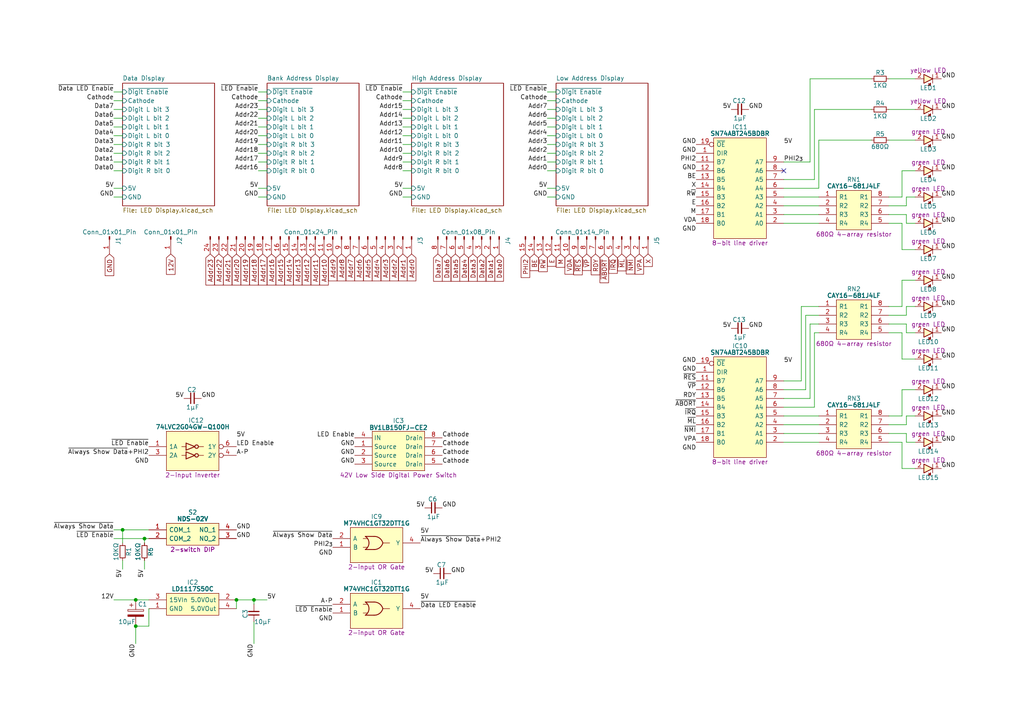
<source format=kicad_sch>
(kicad_sch (version 20250114) (generator "eeschema") (generator_version "9.0")
  (paper "A4")
  (title_block (title "W65C816 Signal Debug") (date "2025-10-01") (rev "V2"))
  (lib_symbols
    (symbol "Apem:NDS-02V" (pin_names (offset 0.762))
      (property "Reference" "S" (at 12.7 5.08 0))
      (property "Value" "NDS-02V" (at 12.7 3.175 0))
      (property "Description" "2-switch DIP" (at 12.7 -5.715 0))
      (symbol "NDS-02V_0_0"
        (pin passive line (at 0 0 0) (length 5.08) (name "COM_1") (number "1"))
        (pin passive line (at 0 -2.54 0) (length 5.08) (name "COM_2") (number "2"))
        (pin passive line (at 25.4 0 180) (length 5.08) (name "NO_1") (number "4"))
        (pin passive line (at 25.4 -2.54 180) (length 5.08) (name "NO_2") (number "3"))
      )
    )
    (symbol "Bourns:CAY16-681J4LF" (pin_names (offset 0.762))
      (property "Reference" "RN" (at 10.16 5.08 0))
      (property "Value" "CAY16-681J4LF" (at 10.16 3.175 0))
      (property "Description" "680Ω 4-array resistor" (at 10.16 -10.795 0))
      (symbol "CAY16-681J4LF_0_0"
        (pin passive line (at 0 0 0) (length 5.08) (name "R1") (number "1"))
        (pin passive line (at 0 -2.54 0) (length 5.08) (name "R2") (number "2"))
        (pin passive line (at 0 -5.08 0) (length 5.08) (name "R3") (number "3"))
        (pin passive line (at 0 -7.62 0) (length 5.08) (name "R4") (number "4"))
        (pin passive line (at 20.32 0 180) (length 5.08) (name "R1") (number "8"))
        (pin passive line (at 20.32 -2.54 180) (length 5.08) (name "R2") (number "7"))
        (pin passive line (at 20.32 -5.08 180) (length 5.08) (name "R3") (number "6"))
        (pin passive line (at 20.32 -7.62 180) (length 5.08) (name "R4") (number "5"))
      )
    )
    (symbol "Connector:Conn_01x01_Pin" (pin_names (offset 1.016) (hide yes))
      (property "Reference" "J" (at 0 2.54 0))
      (property "Value" "Conn_01x01_Pin" (at 0 -2.54 0))
      (symbol "Conn_01x01_Pin_1_1"
        (pin passive line (at 5.08 0 180) (length 3.81) (name "Pin_1") (number "1"))
      )
    )
    (symbol "Connector:Conn_01x08_Pin" (pin_names (offset 1.016) (hide yes))
      (property "Reference" "J" (at 0 10.16 0))
      (property "Value" "Conn_01x08_Pin" (at 0 -12.7 0))
      (symbol "Conn_01x08_Pin_1_1"
        (pin passive line (at 5.08 7.62 180) (length 3.81) (name "Pin_1") (number "1"))
        (pin passive line (at 5.08 5.08 180) (length 3.81) (name "Pin_2") (number "2"))
        (pin passive line (at 5.08 2.54 180) (length 3.81) (name "Pin_3") (number "3"))
        (pin passive line (at 5.08 0 180) (length 3.81) (name "Pin_4") (number "4"))
        (pin passive line (at 5.08 -2.54 180) (length 3.81) (name "Pin_5") (number "5"))
        (pin passive line (at 5.08 -5.08 180) (length 3.81) (name "Pin_6") (number "6"))
        (pin passive line (at 5.08 -7.62 180) (length 3.81) (name "Pin_7") (number "7"))
        (pin passive line (at 5.08 -10.16 180) (length 3.81) (name "Pin_8") (number "8"))
      )
    )
    (symbol "Connector:Conn_01x15_Pin" (pin_names (offset 1.016) (hide yes))
      (property "Reference" "J" (at 0 20.32 0))
      (property "Value" "Conn_01x15_Pin" (at 0 -20.32 0))
      (symbol "Conn_01x15_Pin_1_1"
        (pin passive line (at 5.08 17.78 180) (length 3.81) (name "Pin_1") (number "1"))
        (pin passive line (at 5.08 15.24 180) (length 3.81) (name "Pin_2") (number "2"))
        (pin passive line (at 5.08 12.7 180) (length 3.81) (name "Pin_3") (number "3"))
        (pin passive line (at 5.08 10.16 180) (length 3.81) (name "Pin_4") (number "4"))
        (pin passive line (at 5.08 7.62 180) (length 3.81) (name "Pin_5") (number "5"))
        (pin passive line (at 5.08 5.08 180) (length 3.81) (name "Pin_6") (number "6"))
        (pin passive line (at 5.08 2.54 180) (length 3.81) (name "Pin_7") (number "7"))
        (pin passive line (at 5.08 0 180) (length 3.81) (name "Pin_8") (number "8"))
        (pin passive line (at 5.08 -2.54 180) (length 3.81) (name "Pin_9") (number "9"))
        (pin passive line (at 5.08 -5.08 180) (length 3.81) (name "Pin_10") (number "10"))
        (pin passive line (at 5.08 -7.62 180) (length 3.81) (name "Pin_11") (number "11"))
        (pin passive line (at 5.08 -10.16 180) (length 3.81) (name "Pin_12") (number "12"))
        (pin passive line (at 5.08 -12.7 180) (length 3.81) (name "Pin_13") (number "13"))
        (pin passive line (at 5.08 -15.24 180) (length 3.81) (name "Pin_14") (number "14"))
        (pin passive line (at 5.08 -17.78 180) (length 3.81) (name "Pin_15") (number "15"))
      )
    )
    (symbol "Connector:Conn_01x24_Pin" (pin_names (offset 1.016) (hide yes))
      (property "Reference" "J" (at 0 30.48 0))
      (property "Value" "Conn_01x24_Pin" (at 0 -33.02 0))
      (symbol "Conn_01x24_Pin_1_1"
        (pin passive line (at 5.08 27.94 180) (length 3.81) (name "Pin_1") (number "1"))
        (pin passive line (at 5.08 25.4 180) (length 3.81) (name "Pin_2") (number "2"))
        (pin passive line (at 5.08 22.86 180) (length 3.81) (name "Pin_3") (number "3"))
        (pin passive line (at 5.08 20.32 180) (length 3.81) (name "Pin_4") (number "4"))
        (pin passive line (at 5.08 17.78 180) (length 3.81) (name "Pin_5") (number "5"))
        (pin passive line (at 5.08 15.24 180) (length 3.81) (name "Pin_6") (number "6"))
        (pin passive line (at 5.08 12.7 180) (length 3.81) (name "Pin_7") (number "7"))
        (pin passive line (at 5.08 10.16 180) (length 3.81) (name "Pin_8") (number "8"))
        (pin passive line (at 5.08 7.62 180) (length 3.81) (name "Pin_9") (number "9"))
        (pin passive line (at 5.08 5.08 180) (length 3.81) (name "Pin_10") (number "10"))
        (pin passive line (at 5.08 2.54 180) (length 3.81) (name "Pin_11") (number "11"))
        (pin passive line (at 5.08 0 180) (length 3.81) (name "Pin_12") (number "12"))
        (pin passive line (at 5.08 -2.54 180) (length 3.81) (name "Pin_13") (number "13"))
        (pin passive line (at 5.08 -5.08 180) (length 3.81) (name "Pin_14") (number "14"))
        (pin passive line (at 5.08 -7.62 180) (length 3.81) (name "Pin_15") (number "15"))
        (pin passive line (at 5.08 -10.16 180) (length 3.81) (name "Pin_16") (number "16"))
        (pin passive line (at 5.08 -12.7 180) (length 3.81) (name "Pin_17") (number "17"))
        (pin passive line (at 5.08 -15.24 180) (length 3.81) (name "Pin_18") (number "18"))
        (pin passive line (at 5.08 -17.78 180) (length 3.81) (name "Pin_19") (number "19"))
        (pin passive line (at 5.08 -20.32 180) (length 3.81) (name "Pin_20") (number "20"))
        (pin passive line (at 5.08 -22.86 180) (length 3.81) (name "Pin_21") (number "21"))
        (pin passive line (at 5.08 -25.4 180) (length 3.81) (name "Pin_22") (number "22"))
        (pin passive line (at 5.08 -27.94 180) (length 3.81) (name "Pin_23") (number "23"))
        (pin passive line (at 5.08 -30.48 180) (length 3.81) (name "Pin_24") (number "24"))
      )
    )
    (symbol "HCP65:C_0805" (pin_numbers (hide yes)) (pin_names (offset 0.254) (hide yes))
      (property "Reference" "C" (at 2.286 2.54 0))
      (property "Value" "?μF" (at 2.54 -2.54 0))
      (symbol "C_0805_1_1"
        (pin passive line (at 0 0 0) (length 2.032) (name "~") (number "1"))
        (pin passive line (at 5.08 0 180) (length 2.032) (name "~") (number "2"))
      )
    )
    (symbol "HCP65:C_Radial_D4.0mm_P2.00mm" (pin_numbers (hide yes)) (pin_names (offset 0.254))
      (property "Reference" "C" (at 0.635 2.54 0))
      (property "Value" "?μF" (at 0.635 -2.54 0))
      (symbol "C_Radial_D4.0mm_P2.00mm_1_1"
        (pin passive line (at 0 3.81 270) (length 2.794) (name "~") (number "1"))
        (pin passive line (at 0 -3.81 90) (length 2.794) (name "~") (number "2"))
      )
    )
    (symbol "HCP65:R_0805" (pin_numbers (hide yes)) (pin_names (hide yes))
      (property "Reference" "R" (at 2.54 1.778 0))
      (property "Value" "?Ω" (at 2.54 -1.905 0))
      (symbol "R_0805_1_1"
        (pin passive line (at 0 0 0) (length 0.72) (name "~") (number "1"))
        (pin passive line (at 5.08 0 180) (length 0.72) (name "~") (number "2"))
      )
    )
    (symbol "Nexperia:74LVC2G04GW-Q100H" (pin_names (offset 0.762))
      (property "Reference" "IC" (at 11.43 7.62 0))
      (property "Value" "74LVC2G04GW-Q100H" (at 12.7 5.715 0))
      (property "Description" "2-input inverter" (at 12.7 -8.255 0))
      (symbol "74LVC2G04GW-Q100H_0_0"
        (pin input line (at 0 0 0) (length 5.08) (name "1A") (number "1"))
        (pin input line (at 0 -2.54 0) (length 5.08) (name "2A") (number "3"))
        (pin passive line (at 0 -5.08 0) (length 5.08) (hide yes) (name "GND") (number "2"))
        (pin passive line (at 25.4 2.54 180) (length 5.08) (hide yes) (name "3V") (number "5"))
        (pin output inverted (at 25.4 0 180) (length 5.08) (name "1Y") (number "6"))
        (pin output inverted (at 25.4 -2.54 180) (length 5.08) (name "2Y") (number "4"))
      )
    )
    (symbol "ON_Semiconductor:M74VHC1GT32DTT1G" (pin_names (offset 0.762))
      (property "Reference" "IC" (at 12.7 6.35 0))
      (property "Value" "M74VHC1GT32DTT1G" (at 12.7 4.445 0))
      (property "Description" "2-input OR Gate" (at 12.7 -8.255 0))
      (symbol "M74VHC1GT32DTT1G_0_0"
        (pin input line (at 0 0 0) (length 5.08) (name "A") (number "2"))
        (pin input line (at 0 -2.54 0) (length 5.08) (name "B") (number "1"))
        (pin passive line (at 0 -5.08 0) (length 5.08) (hide yes) (name "GND") (number "3"))
        (pin passive line (at 25.4 1.27 180) (length 5.08) (hide yes) (name "5V") (number "5"))
        (pin output line (at 25.4 -1.27 180) (length 5.08) (name "Y") (number "4"))
      )
    )
    (symbol "ROHM_Semiconductor:BV1LB150FJ-CE2"
      (property "Reference" "IC" (at 12.7 5.715 0))
      (property "Value" "BV1LB150FJ-CE2" (at 12.7 3.81 0))
      (property "Description" "42V Low Side Digital Power Switch" (at 12.7 -10.795 0))
      (symbol "BV1LB150FJ-CE2_1_1"
        (pin input line (at 0 0 0) (length 5.08) (name "IN") (number "4"))
        (pin passive line (at 0 -2.54 0) (length 5.08) (name "Source") (number "1"))
        (pin passive line (at 0 -5.08 0) (length 5.08) (name "Source") (number "2"))
        (pin passive line (at 0 -7.62 0) (length 5.08) (name "Source") (number "3"))
        (pin passive line (at 25.4 0 180) (length 5.08) (name "Drain") (number "8"))
        (pin passive line (at 25.4 -2.54 180) (length 5.08) (name "Drain") (number "7"))
        (pin passive line (at 25.4 -5.08 180) (length 5.08) (name "Drain") (number "6"))
        (pin passive line (at 25.4 -7.62 180) (length 5.08) (name "Drain") (number "5"))
      )
    )
    (symbol "ST_Microelectronics:LD1117S50C" (pin_names (offset 0.762))
      (property "Reference" "IC" (at 7.62 5.08 0))
      (property "Value" "LD1117S50C" (at 7.62 3.175 0))
      (symbol "LD1117S50C_0_0"
        (pin passive line (at -5.08 -2.54 0) (length 5.08) (name "GND") (number "1"))
      )
      (symbol "LD1117S50C_1_0"
        (pin passive line (at -5.08 0 0) (length 5.08) (name "15VIn") (number "3"))
        (pin passive line (at 20.32 0 180) (length 5.08) (name "5.0VOut") (number "2"))
        (pin passive line (at 20.32 -2.54 180) (length 5.08) (name "5.0VOut") (number "4"))
      )
    )
    (symbol "Texas_Instruments:SN74ABT245BDBR" (pin_names (offset 0.762))
      (property "Reference" "IC" (at 12.7 5.08 0))
      (property "Value" "SN74ABT245BDBR" (at 12.7 3.175 0))
      (property "Description" "8-bit line driver" (at 12.7 -28.575 0))
      (symbol "SN74ABT245BDBR_0_0"
        (pin input inverted (at 0 0 0) (length 5.08) (name "~{OE}") (number "19"))
        (pin input line (at 0 -2.54 0) (length 5.08) (name "DIR") (number "1"))
        (pin tri_state line (at 0 -5.08 0) (length 5.08) (name "B7") (number "11"))
        (pin tri_state line (at 0 -7.62 0) (length 5.08) (name "B6") (number "12"))
        (pin tri_state line (at 0 -10.16 0) (length 5.08) (name "B5") (number "13"))
        (pin tri_state line (at 0 -12.7 0) (length 5.08) (name "B4") (number "14"))
        (pin tri_state line (at 0 -15.24 0) (length 5.08) (name "B3") (number "15"))
        (pin tri_state line (at 0 -17.78 0) (length 5.08) (name "B2") (number "16"))
        (pin tri_state line (at 0 -20.32 0) (length 5.08) (name "B1") (number "17"))
        (pin tri_state line (at 0 -22.86 0) (length 5.08) (name "B0") (number "18"))
        (pin passive line (at 0 -25.4 0) (length 5.08) (hide yes) (name "GND") (number "10"))
        (pin passive line (at 25.4 0 180) (length 5.08) (hide yes) (name "5V") (number "20"))
        (pin tri_state line (at 25.4 -5.08 180) (length 5.08) (name "A7") (number "9"))
        (pin tri_state line (at 25.4 -7.62 180) (length 5.08) (name "A6") (number "8"))
        (pin tri_state line (at 25.4 -10.16 180) (length 5.08) (name "A5") (number "7"))
        (pin tri_state line (at 25.4 -12.7 180) (length 5.08) (name "A4") (number "6"))
        (pin tri_state line (at 25.4 -15.24 180) (length 5.08) (name "A3") (number "5"))
        (pin tri_state line (at 25.4 -17.78 180) (length 5.08) (name "A2") (number "4"))
        (pin tri_state line (at 25.4 -20.32 180) (length 5.08) (name "A1") (number "3"))
        (pin tri_state line (at 25.4 -22.86 180) (length 5.08) (name "A0") (number "2"))
      )
    )
    (symbol "Wurth_Elektronik:150224VS73100A" (pin_names (offset 0.762))
      (property "Reference" "LED" (at 0 1.905 0))
      (property "Description" "green LED" (at 0 -3.175 0))
      (symbol "150224VS73100A_0_0"
        (pin passive line (at -3.81 0 0) (length 2.54) (name "") (number "1"))
        (pin passive line (at 3.81 0 180) (length 2.54) (name "~") (number "2"))
      )
    )
    (symbol "Wurth_Elektronik:150224YS73100A" (pin_names (offset 0.762))
      (property "Reference" "LED" (at 0 1.905 0))
      (property "Description" "yellow LED" (at 0 -3.175 0))
      (symbol "150224YS73100A_0_0"
        (pin passive line (at -3.81 0 0) (length 2.54) (name "~") (number "1"))
        (pin passive line (at 3.81 0 180) (length 2.54) (name "~") (number "2"))
      )
    )
  )
  (junction (at 68.58 173.99))
  (junction (at 35.56 153.67))
  (junction (at 73.66 173.99))
  (junction (at 39.37 173.99))
  (junction (at 41.91 156.21))
  (junction (at 39.37 181.61))
  (no_connect (at 227.33 49.53))
  (wire (pts (xy 233.68 113.03) (xy 227.33 113.03)))
  (wire (pts (xy 158.75 26.67) (xy 161.29 26.67)))
  (wire (pts (xy 236.22 96.52) (xy 237.49 96.52)))
  (wire (pts (xy 116.84 54.61) (xy 119.38 54.61)))
  (wire (pts (xy 261.62 113.03) (xy 261.62 120.65)))
  (wire (pts (xy 116.84 31.75) (xy 119.38 31.75)))
  (wire (pts (xy 261.62 57.15) (xy 257.81 57.15)))
  (wire (pts (xy 262.89 62.23) (xy 262.89 64.77)))
  (wire (pts (xy 158.75 41.91) (xy 161.29 41.91)))
  (wire (pts (xy 234.95 22.86) (xy 234.95 46.99)))
  (wire (pts (xy 257.81 31.75) (xy 265.43 31.75)))
  (wire (pts (xy 261.62 128.27) (xy 257.81 128.27)))
  (wire (pts (xy 158.75 36.83) (xy 161.29 36.83)))
  (wire (pts (xy 262.89 120.65) (xy 262.89 123.19)))
  (wire (pts (xy 261.62 120.65) (xy 257.81 120.65)))
  (wire (pts (xy 265.43 72.39) (xy 261.62 72.39)))
  (wire (pts (xy 261.62 64.77) (xy 257.81 64.77)))
  (wire (pts (xy 234.95 46.99) (xy 227.33 46.99)))
  (wire (pts (xy 33.02 34.29) (xy 35.56 34.29)))
  (wire (pts (xy 262.89 93.98) (xy 262.89 96.52)))
  (wire (pts (xy 237.49 93.98) (xy 234.95 93.98)))
  (wire (pts (xy 68.58 173.99) (xy 73.66 173.99)))
  (wire (pts (xy 261.62 135.89) (xy 261.62 128.27)))
  (wire (pts (xy 257.81 125.73) (xy 262.89 125.73)))
  (wire (pts (xy 232.41 88.9) (xy 232.41 110.49)))
  (wire (pts (xy 262.89 64.77) (xy 265.43 64.77)))
  (wire (pts (xy 33.02 173.99) (xy 39.37 173.99)))
  (wire (pts (xy 261.62 104.14) (xy 261.62 96.52)))
  (wire (pts (xy 227.33 62.23) (xy 237.49 62.23)))
  (wire (pts (xy 33.02 41.91) (xy 35.56 41.91)))
  (wire (pts (xy 252.73 40.64) (xy 237.49 40.64)))
  (wire (pts (xy 232.41 110.49) (xy 227.33 110.49)))
  (wire (pts (xy 265.43 135.89) (xy 261.62 135.89)))
  (wire (pts (xy 33.02 156.21) (xy 41.91 156.21)))
  (wire (pts (xy 227.33 59.69) (xy 237.49 59.69)))
  (wire (pts (xy 234.95 115.57) (xy 227.33 115.57)))
  (wire (pts (xy 35.56 153.67) (xy 35.56 157.48)))
  (wire (pts (xy 43.18 156.21) (xy 41.91 156.21)))
  (wire (pts (xy 257.81 93.98) (xy 262.89 93.98)))
  (wire (pts (xy 74.93 39.37) (xy 77.47 39.37)))
  (wire (pts (xy 227.33 128.27) (xy 237.49 128.27)))
  (wire (pts (xy 33.02 26.67) (xy 35.56 26.67)))
  (wire (pts (xy 227.33 52.07) (xy 236.22 52.07)))
  (wire (pts (xy 74.93 26.67) (xy 77.47 26.67)))
  (wire (pts (xy 262.89 128.27) (xy 265.43 128.27)))
  (wire (pts (xy 158.75 44.45) (xy 161.29 44.45)))
  (wire (pts (xy 74.93 41.91) (xy 77.47 41.91)))
  (wire (pts (xy 265.43 120.65) (xy 262.89 120.65)))
  (wire (pts (xy 116.84 26.67) (xy 119.38 26.67)))
  (wire (pts (xy 257.81 40.64) (xy 265.43 40.64)))
  (wire (pts (xy 43.18 181.61) (xy 39.37 181.61)))
  (wire (pts (xy 227.33 118.11) (xy 236.22 118.11)))
  (wire (pts (xy 261.62 72.39) (xy 261.62 64.77)))
  (wire (pts (xy 265.43 49.53) (xy 261.62 49.53)))
  (wire (pts (xy 73.66 180.34) (xy 73.66 186.69)))
  (wire (pts (xy 116.84 49.53) (xy 119.38 49.53)))
  (wire (pts (xy 33.02 46.99) (xy 35.56 46.99)))
  (wire (pts (xy 227.33 64.77) (xy 237.49 64.77)))
  (wire (pts (xy 116.84 36.83) (xy 119.38 36.83)))
  (wire (pts (xy 33.02 153.67) (xy 35.56 153.67)))
  (wire (pts (xy 35.56 153.67) (xy 43.18 153.67)))
  (wire (pts (xy 261.62 49.53) (xy 261.62 57.15)))
  (wire (pts (xy 116.84 41.91) (xy 119.38 41.91)))
  (wire (pts (xy 257.81 62.23) (xy 262.89 62.23)))
  (wire (pts (xy 39.37 173.99) (xy 43.18 173.99)))
  (wire (pts (xy 74.93 29.21) (xy 77.47 29.21)))
  (wire (pts (xy 33.02 57.15) (xy 35.56 57.15)))
  (wire (pts (xy 261.62 88.9) (xy 257.81 88.9)))
  (wire (pts (xy 33.02 29.21) (xy 35.56 29.21)))
  (wire (pts (xy 236.22 31.75) (xy 252.73 31.75)))
  (wire (pts (xy 158.75 31.75) (xy 161.29 31.75)))
  (wire (pts (xy 158.75 39.37) (xy 161.29 39.37)))
  (wire (pts (xy 158.75 29.21) (xy 161.29 29.21)))
  (wire (pts (xy 261.62 96.52) (xy 257.81 96.52)))
  (wire (pts (xy 35.56 165.1) (xy 35.56 162.56)))
  (wire (pts (xy 74.93 44.45) (xy 77.47 44.45)))
  (wire (pts (xy 237.49 88.9) (xy 232.41 88.9)))
  (wire (pts (xy 265.43 57.15) (xy 262.89 57.15)))
  (wire (pts (xy 74.93 34.29) (xy 77.47 34.29)))
  (wire (pts (xy 74.93 36.83) (xy 77.47 36.83)))
  (wire (pts (xy 234.95 93.98) (xy 234.95 115.57)))
  (wire (pts (xy 116.84 29.21) (xy 119.38 29.21)))
  (wire (pts (xy 227.33 125.73) (xy 237.49 125.73)))
  (wire (pts (xy 265.43 81.28) (xy 261.62 81.28)))
  (wire (pts (xy 237.49 54.61) (xy 227.33 54.61)))
  (wire (pts (xy 74.93 31.75) (xy 77.47 31.75)))
  (wire (pts (xy 116.84 44.45) (xy 119.38 44.45)))
  (wire (pts (xy 227.33 120.65) (xy 237.49 120.65)))
  (wire (pts (xy 257.81 22.86) (xy 265.43 22.86)))
  (wire (pts (xy 74.93 57.15) (xy 77.47 57.15)))
  (wire (pts (xy 116.84 39.37) (xy 119.38 39.37)))
  (wire (pts (xy 262.89 125.73) (xy 262.89 128.27)))
  (wire (pts (xy 33.02 44.45) (xy 35.56 44.45)))
  (wire (pts (xy 262.89 59.69) (xy 257.81 59.69)))
  (wire (pts (xy 74.93 54.61) (xy 77.47 54.61)))
  (wire (pts (xy 262.89 91.44) (xy 257.81 91.44)))
  (wire (pts (xy 252.73 22.86) (xy 234.95 22.86)))
  (wire (pts (xy 158.75 34.29) (xy 161.29 34.29)))
  (wire (pts (xy 74.93 46.99) (xy 77.47 46.99)))
  (wire (pts (xy 262.89 96.52) (xy 265.43 96.52)))
  (wire (pts (xy 237.49 40.64) (xy 237.49 54.61)))
  (wire (pts (xy 43.18 176.53) (xy 43.18 181.61)))
  (wire (pts (xy 236.22 118.11) (xy 236.22 96.52)))
  (wire (pts (xy 33.02 36.83) (xy 35.56 36.83)))
  (wire (pts (xy 227.33 123.19) (xy 237.49 123.19)))
  (wire (pts (xy 74.93 49.53) (xy 77.47 49.53)))
  (wire (pts (xy 158.75 46.99) (xy 161.29 46.99)))
  (wire (pts (xy 158.75 57.15) (xy 161.29 57.15)))
  (wire (pts (xy 236.22 52.07) (xy 236.22 31.75)))
  (wire (pts (xy 265.43 104.14) (xy 261.62 104.14)))
  (wire (pts (xy 158.75 54.61) (xy 161.29 54.61)))
  (wire (pts (xy 33.02 39.37) (xy 35.56 39.37)))
  (wire (pts (xy 41.91 156.21) (xy 41.91 157.48)))
  (wire (pts (xy 227.33 57.15) (xy 237.49 57.15)))
  (wire (pts (xy 39.37 186.69) (xy 39.37 181.61)))
  (wire (pts (xy 261.62 81.28) (xy 261.62 88.9)))
  (wire (pts (xy 73.66 173.99) (xy 73.66 175.26)))
  (wire (pts (xy 265.43 88.9) (xy 262.89 88.9)))
  (wire (pts (xy 68.58 173.99) (xy 68.58 176.53)))
  (wire (pts (xy 262.89 57.15) (xy 262.89 59.69)))
  (wire (pts (xy 33.02 49.53) (xy 35.56 49.53)))
  (wire (pts (xy 73.66 173.99) (xy 77.47 173.99)))
  (wire (pts (xy 262.89 123.19) (xy 257.81 123.19)))
  (wire (pts (xy 265.43 113.03) (xy 261.62 113.03)))
  (wire (pts (xy 33.02 31.75) (xy 35.56 31.75)))
  (wire (pts (xy 116.84 46.99) (xy 119.38 46.99)))
  (wire (pts (xy 233.68 91.44) (xy 233.68 113.03)))
  (wire (pts (xy 41.91 165.1) (xy 41.91 162.56)))
  (wire (pts (xy 262.89 88.9) (xy 262.89 91.44)))
  (wire (pts (xy 237.49 91.44) (xy 233.68 91.44)))
  (wire (pts (xy 116.84 34.29) (xy 119.38 34.29)))
  (wire (pts (xy 116.84 57.15) (xy 119.38 57.15)))
  (wire (pts (xy 33.02 54.61) (xy 35.56 54.61)))
  (wire (pts (xy 158.75 49.53) (xy 161.29 49.53)))
  (label "Addr14" (at 116.84 34.29 180))
  (label "~{Always Show Data}+PHI2" (at 43.18 132.08 180))
  (label "GND" (at 102.87 129.54 180))
  (label "GND" (at 68.58 156.21 0))
  (label "Addr5" (at 158.75 36.83 180))
  (label "Addr21" (at 74.93 36.83 180))
  (label "VDA" (at 201.93 64.77 180))
  (label "GND" (at 73.66 186.69 270))
  (label "~{ABORT}" (at 201.93 118.11 180))
  (label "A·P" (at 96.52 175.26 180))
  (label "5V" (at 125.73 166.37 180))
  (label "GND" (at 273.05 120.65 0))
  (label "~{VP}" (at 201.93 113.03 180))
  (label "M" (at 201.93 62.23 180))
  (label "Cathode" (at 116.84 29.21 180))
  (label "Addr6" (at 158.75 34.29 180))
  (label "5V" (at 121.92 173.99 0))
  (label "GND" (at 33.02 57.15 180))
  (label "GND" (at 273.05 96.52 0))
  (label "GND" (at 158.75 57.15 180))
  (label "Addr10" (at 116.84 44.45 180))
  (label "~{IRQ}" (at 201.93 120.65 180))
  (label "~{RES}" (at 201.93 110.49 180))
  (label "5V" (at 68.58 127 0))
  (label "Addr11" (at 116.84 41.91 180))
  (label "Addr8" (at 116.84 49.53 180))
  (label "Data5" (at 33.02 36.83 180))
  (label "BE" (at 201.93 52.07 180))
  (label "GND" (at 201.93 44.45 180))
  (label "PHI2_{3}" (at 96.52 158.75 180))
  (label "Addr4" (at 158.75 39.37 180))
  (label "Addr15" (at 116.84 31.75 180))
  (label "Cathode" (at 33.02 29.21 180))
  (label "~{LED Enable}" (at 33.02 156.21 180))
  (label "GND" (at 273.05 64.77 0))
  (label "Addr16" (at 74.93 49.53 180))
  (label "12V" (at 33.02 173.99 180))
  (label "Data7" (at 33.02 31.75 180))
  (label "GND" (at 273.05 104.14 0))
  (label "Data3" (at 33.02 41.91 180))
  (label "~{Always Show Data}" (at 96.52 156.21 180))
  (label "PHI2" (at 201.93 46.99 180))
  (label "X" (at 201.93 54.61 180))
  (label "~{Data LED Enable}" (at 121.92 176.53 0))
  (label "GND" (at 201.93 130.81 180))
  (label "PHI2_{3}" (at 227.33 46.99 0))
  (label "5V" (at 123.19 147.32 180))
  (label "5V" (at 74.93 54.61 180))
  (label "Cathode" (at 158.75 29.21 180))
  (label "Addr1" (at 158.75 46.99 180))
  (label "~{Always Show Data}+PHI2" (at 121.92 157.48 0))
  (label "5V" (at 41.91 165.1 270))
  (label "E" (at 201.93 59.69 180))
  (label "Addr17" (at 74.93 46.99 180))
  (label "5V" (at 33.02 54.61 180))
  (label "5V" (at 121.92 154.94 0))
  (label "Addr19" (at 74.93 41.91 180))
  (label "GND" (at 116.84 57.15 180))
  (label "GND" (at 128.27 147.32 0))
  (label "5V" (at 53.34 115.57 180))
  (label "GND" (at 201.93 107.95 180))
  (label "5V" (at 227.33 41.91 0))
  (label "~{ML}" (at 201.93 123.19 180))
  (label "Addr3" (at 158.75 41.91 180))
  (label "GND" (at 102.87 134.62 180))
  (label "A·P" (at 68.58 132.08 0))
  (label "5V" (at 212.09 31.75 180))
  (label "~{LED Enable}" (at 74.93 26.67 180))
  (label "Cathode" (at 74.93 29.21 180))
  (label "GND" (at 273.05 72.39 0))
  (label "Addr7" (at 158.75 31.75 180))
  (label "GND" (at 273.05 57.15 0))
  (label "Addr12" (at 116.84 39.37 180))
  (label "LED Enable" (at 102.87 127 180))
  (label "GND" (at 273.05 31.75 0))
  (label "~{Always Show Data}" (at 33.02 153.67 180))
  (label "Data0" (at 33.02 49.53 180))
  (label "Addr2" (at 158.75 44.45 180))
  (label "GND" (at 39.37 186.69 270))
  (label "VPA" (at 201.93 128.27 180))
  (label "Addr23" (at 74.93 31.75 180))
  (label "GND" (at 43.18 134.62 180))
  (label "5V" (at 116.84 54.61 180))
  (label "GND" (at 217.17 95.25 0))
  (label "Addr0" (at 158.75 49.53 180))
  (label "GND" (at 201.93 105.41 180))
  (label "Addr18" (at 74.93 44.45 180))
  (label "R~{W}" (at 201.93 57.15 180))
  (label "GND" (at 273.05 81.28 0))
  (label "Addr22" (at 74.93 34.29 180))
  (label "Data1" (at 33.02 46.99 180))
  (label "5V" (at 158.75 54.61 180))
  (label "GND" (at 273.05 40.64 0))
  (label "GND" (at 201.93 67.31 180))
  (label "Addr9" (at 116.84 46.99 180))
  (label "5V" (at 77.47 173.99 0))
  (label "GND" (at 217.17 31.75 0))
  (label "Addr13" (at 116.84 36.83 180))
  (label "~{LED Enable}" (at 116.84 26.67 180))
  (label "Addr20" (at 74.93 39.37 180))
  (label "GND" (at 273.05 135.89 0))
  (label "GND" (at 273.05 88.9 0))
  (label "GND" (at 96.52 161.29 180))
  (label "GND" (at 74.93 57.15 180))
  (label "Data6" (at 33.02 34.29 180))
  (label "Cathode" (at 128.27 134.62 0))
  (label "GND" (at 58.42 115.57 0))
  (label "Data2" (at 33.02 44.45 180))
  (label "GND" (at 201.93 41.91 180))
  (label "~{LED Enable}" (at 96.52 177.8 180))
  (label "GND" (at 96.52 180.34 180))
  (label "Cathode" (at 128.27 127 0))
  (label "~{LED Enable}" (at 158.75 26.67 180))
  (label "~{NMI}" (at 201.93 125.73 180))
  (label "Data4" (at 33.02 39.37 180))
  (label "GND" (at 68.58 153.67 0))
  (label "GND" (at 273.05 22.86 0))
  (label "GND" (at 273.05 49.53 0))
  (label "GND" (at 130.81 166.37 0))
  (label "Cathode" (at 128.27 129.54 0))
  (label "5V" (at 35.56 165.1 270))
  (label "GND" (at 102.87 132.08 180))
  (label "RDY" (at 201.93 115.57 180))
  (label "5V" (at 212.09 95.25 180))
  (label "5V" (at 227.33 105.41 0))
  (label "GND" (at 273.05 113.03 0))
  (label "Cathode" (at 128.27 132.08 0))
  (label "~{Data LED Enable}" (at 33.02 26.67 180))
  (label "LED Enable" (at 68.58 129.54 0))
  (label "~{LED Enable}" (at 43.18 129.54 180))
  (label "GND" (at 273.05 128.27 0))
  (label "GND" (at 201.93 49.53 180))
  (global_label "Addr6" (shape input) (at 104.14 73.66 270) (property "Intersheetrefs" "${INTERSHEET_REFS}" (effects (hide yes))))
  (global_label "Addr22" (shape input) (at 63.5 73.66 270) (property "Intersheetrefs" "${INTERSHEET_REFS}" (effects (hide yes))))
  (global_label "Addr10" (shape input) (at 93.98 73.66 270) (property "Intersheetrefs" "${INTERSHEET_REFS}" (effects (hide yes))))
  (global_label "RDY" (shape input) (at 172.72 73.66 270) (property "Intersheetrefs" "${INTERSHEET_REFS}" (effects (hide yes))))
  (global_label "Addr19" (shape input) (at 71.12 73.66 270) (property "Intersheetrefs" "${INTERSHEET_REFS}" (effects (hide yes))))
  (global_label "Data4" (shape input) (at 134.62 73.66 270) (property "Intersheetrefs" "${INTERSHEET_REFS}" (effects (hide yes))))
  (global_label "Data0" (shape input) (at 144.78 73.66 270) (property "Intersheetrefs" "${INTERSHEET_REFS}" (effects (hide yes))))
  (global_label "M" (shape input) (at 162.56 73.66 270) (property "Intersheetrefs" "${INTERSHEET_REFS}" (effects (hide yes))))
  (global_label "~{ABORT}" (shape input) (at 175.26 73.66 270) (property "Intersheetrefs" "${INTERSHEET_REFS}" (effects (hide yes))))
  (global_label "E" (shape input) (at 160.02 73.66 270) (property "Intersheetrefs" "${INTERSHEET_REFS}" (effects (hide yes))))
  (global_label "Data3" (shape input) (at 137.16 73.66 270) (property "Intersheetrefs" "${INTERSHEET_REFS}" (effects (hide yes))))
  (global_label "Addr13" (shape input) (at 86.36 73.66 270) (property "Intersheetrefs" "${INTERSHEET_REFS}" (effects (hide yes))))
  (global_label "Addr17" (shape input) (at 76.2 73.66 270) (property "Intersheetrefs" "${INTERSHEET_REFS}" (effects (hide yes))))
  (global_label "X" (shape input) (at 187.96 73.66 270) (property "Intersheetrefs" "${INTERSHEET_REFS}" (effects (hide yes))))
  (global_label "VPA" (shape input) (at 185.42 73.66 270) (property "Intersheetrefs" "${INTERSHEET_REFS}" (effects (hide yes))))
  (global_label "Data5" (shape input) (at 132.08 73.66 270) (property "Intersheetrefs" "${INTERSHEET_REFS}" (effects (hide yes))))
  (global_label "~{VP}" (shape input) (at 170.18 73.66 270) (property "Intersheetrefs" "${INTERSHEET_REFS}" (effects (hide yes))))
  (global_label "Addr21" (shape input) (at 66.04 73.66 270) (property "Intersheetrefs" "${INTERSHEET_REFS}" (effects (hide yes))))
  (global_label "~{ML}" (shape input) (at 180.34 73.66 270) (property "Intersheetrefs" "${INTERSHEET_REFS}" (effects (hide yes))))
  (global_label "Data6" (shape input) (at 129.54 73.66 270) (property "Intersheetrefs" "${INTERSHEET_REFS}" (effects (hide yes))))
  (global_label "VDA" (shape input) (at 165.1 73.66 270) (property "Intersheetrefs" "${INTERSHEET_REFS}" (effects (hide yes))))
  (global_label "Addr23" (shape input) (at 60.96 73.66 270) (property "Intersheetrefs" "${INTERSHEET_REFS}" (effects (hide yes))))
  (global_label "Addr4" (shape input) (at 109.22 73.66 270) (property "Intersheetrefs" "${INTERSHEET_REFS}" (effects (hide yes))))
  (global_label "Addr11" (shape input) (at 91.44 73.66 270) (property "Intersheetrefs" "${INTERSHEET_REFS}" (effects (hide yes))))
  (global_label "BE" (shape input) (at 154.94 73.66 270) (property "Intersheetrefs" "${INTERSHEET_REFS}" (effects (hide yes))))
  (global_label "Data1" (shape input) (at 142.24 73.66 270) (property "Intersheetrefs" "${INTERSHEET_REFS}" (effects (hide yes))))
  (global_label "12V" (shape input) (at 49.53 73.66 270) (property "Intersheetrefs" "${INTERSHEET_REFS}" (effects (hide yes))))
  (global_label "Addr2" (shape input) (at 114.3 73.66 270) (property "Intersheetrefs" "${INTERSHEET_REFS}" (effects (hide yes))))
  (global_label "Addr14" (shape input) (at 83.82 73.66 270) (property "Intersheetrefs" "${INTERSHEET_REFS}" (effects (hide yes))))
  (global_label "Data2" (shape input) (at 139.7 73.66 270) (property "Intersheetrefs" "${INTERSHEET_REFS}" (effects (hide yes))))
  (global_label "GND" (shape input) (at 31.75 73.66 270) (property "Intersheetrefs" "${INTERSHEET_REFS}" (effects (hide yes))))
  (global_label "Addr3" (shape input) (at 111.76 73.66 270) (property "Intersheetrefs" "${INTERSHEET_REFS}" (effects (hide yes))))
  (global_label "~{IRQ}" (shape input) (at 177.8 73.66 270) (property "Intersheetrefs" "${INTERSHEET_REFS}" (effects (hide yes))))
  (global_label "Addr7" (shape input) (at 101.6 73.66 270) (property "Intersheetrefs" "${INTERSHEET_REFS}" (effects (hide yes))))
  (global_label "Addr18" (shape input) (at 73.66 73.66 270) (property "Intersheetrefs" "${INTERSHEET_REFS}" (effects (hide yes))))
  (global_label "Addr5" (shape input) (at 106.68 73.66 270) (property "Intersheetrefs" "${INTERSHEET_REFS}" (effects (hide yes))))
  (global_label "Addr20" (shape input) (at 68.58 73.66 270) (property "Intersheetrefs" "${INTERSHEET_REFS}" (effects (hide yes))))
  (global_label "Addr9" (shape input) (at 96.52 73.66 270) (property "Intersheetrefs" "${INTERSHEET_REFS}" (effects (hide yes))))
  (global_label "Addr0" (shape input) (at 119.38 73.66 270) (property "Intersheetrefs" "${INTERSHEET_REFS}" (effects (hide yes))))
  (global_label "R~{W}" (shape input) (at 157.48 73.66 270) (property "Intersheetrefs" "${INTERSHEET_REFS}" (effects (hide yes))))
  (global_label "~{RES}" (shape input) (at 167.64 73.66 270) (property "Intersheetrefs" "${INTERSHEET_REFS}" (effects (hide yes))))
  (global_label "Addr12" (shape input) (at 88.9 73.66 270) (property "Intersheetrefs" "${INTERSHEET_REFS}" (effects (hide yes))))
  (global_label "Data7" (shape input) (at 127 73.66 270) (property "Intersheetrefs" "${INTERSHEET_REFS}" (effects (hide yes))))
  (global_label "~{NMI}" (shape input) (at 182.88 73.66 270) (property "Intersheetrefs" "${INTERSHEET_REFS}" (effects (hide yes))))
  (global_label "Addr1" (shape input) (at 116.84 73.66 270) (property "Intersheetrefs" "${INTERSHEET_REFS}" (effects (hide yes))))
  (global_label "Addr15" (shape input) (at 81.28 73.66 270) (property "Intersheetrefs" "${INTERSHEET_REFS}" (effects (hide yes))))
  (global_label "Addr8" (shape input) (at 99.06 73.66 270) (property "Intersheetrefs" "${INTERSHEET_REFS}" (effects (hide yes))))
  (global_label "Addr16" (shape input) (at 78.74 73.66 270) (property "Intersheetrefs" "${INTERSHEET_REFS}" (effects (hide yes))))
  (global_label "PHI2" (shape input) (at 152.4 73.66 270) (property "Intersheetrefs" "${INTERSHEET_REFS}" (effects (hide yes))))
  (symbol (lib_id "ON_Semiconductor:M74VHC1GT32DTT1G") (at 96.52 175.26 0) (unit 1)
    (property "Reference" "IC1" (at 109.22 168.91 0))
    (property "Value" "M74VHC1GT32DTT1G" (at 109.22 170.815 0) (effects (font (bold yes))))
    (property "Footprint" "SamacSys_Parts:SOT95P275X110-5N" (effects (hide yes)))
    (property "Datasheet" "https://www.onsemi.com/pub/Collateral/MC74VHC1G32-D.PDF" (effects (hide yes)))
    (property "Description" "2-input OR Gate" (at 109.22 183.515 0))
    (property "Height" "1.1" (effects (hide yes)))
    (property "Manufacturer_Name" "onsemi" (effects (hide yes)))
    (property "Manufacturer_Part_Number" "M74VHC1GT32DTT1G" (effects (hide yes)))
    (property "Mouser Part Number" "863-M74VHC1GT32DTT1G" (effects (hide yes)))
    (property "Mouser Price/Stock" "https://www.mouser.co.uk/ProductDetail/ON-Semiconductor/M74VHC1GT32DTT1G?qs=3JMERSakebpgOZpsRO%252B%2FyA%3D%3D" (effects (hide yes)))
    (property "Silkscreen" "'1GT32" (effects (hide yes)))
  )
  (symbol (lib_id "HCP65:R_0805") (at 252.73 40.64 0) (unit 1)
    (property "Reference" "R5" (at 255.27 38.862 0))
    (property "Value" "680Ω" (at 255.27 42.545 0))
    (property "Footprint" "SamacSys_Parts:R_0805" (effects (hide yes)))
  )
  (symbol (lib_id "HCP65:C_0805") (at 53.34 115.57 0) (unit 1)
    (property "Reference" "C2" (at 55.626 113.03 0))
    (property "Value" "1µF" (at 55.88 118.11 0))
    (property "Footprint" "SamacSys_Parts:C_0805" (effects (hide yes)))
  )
  (symbol (lib_id "Wurth_Elektronik:150224VS73100A") (at 269.24 104.14 180) (unit 1)
    (property "Reference" "LED11" (at 269.24 106.045 0) (effects (justify bottom)))
    (property "Value" "150224VS73100A" (effects (hide yes)))
    (property "Footprint" "SamacSys_Parts:150224VS73100A" (effects (hide yes)))
    (property "Datasheet" "https://www.we-online.com/katalog/datasheet/150224VS73100A.pdf" (effects (hide yes)))
    (property "Description" "green LED" (at 269.24 100.965 0) (effects (justify bottom)))
    (property "Height" "1.41" (effects (hide yes)))
    (property "Manufacturer_Name" "Wurth Elektronik" (effects (hide yes)))
    (property "Manufacturer_Part_Number" "150224VS73100A" (effects (hide yes)))
    (property "Mouser Part Number" "710-150224VS73100A" (effects (hide yes)))
    (property "Mouser Price/Stock" "https://www.mouser.co.uk/ProductDetail/Wurth-Elektronik/150224VS73100A?qs=8Aam6%252B7C6HG2%2FfdOsQ%2FdNg%3D%3D" (effects (hide yes)))
    (property "Silkscreen" "grn" (effects (hide yes)))
    (property "Garbage" "Green LED" (effects (hide yes)))
  )
  (symbol (lib_id "HCP65:C_Radial_D4.0mm_P2.00mm") (at 39.37 177.8 0) (unit 1)
    (property "Reference" "C1" (at 40.005 175.26 0) (effects (justify left)))
    (property "Value" "10μF" (at 34.29 180.34 0) (effects (justify left)))
    (property "Footprint" "SamacSys_Parts:CP_Radial_D4.0mm_P2.00mm" (effects (hide yes)))
  )
  (symbol (lib_id "Connector:Conn_01x08_Pin") (at 137.16 68.58 270) (unit 1)
    (property "Reference" "J4" (at 147.32 69.85 0))
    (property "Value" "Conn_01x08_Pin" (at 135.89 67.31 90))
    (property "Footprint" "Connector_PinHeader_2.54mm:PinHeader_1x08_P2.54mm_Vertical" (effects (hide yes)))
    (property "Description" "Generic connector, single row, 01x08, script generated" (effects (hide yes)))
  )
  (symbol (lib_id "ROHM_Semiconductor:BV1LB150FJ-CE2") (at 102.87 127 0) (unit 1)
    (property "Reference" "IC3" (at 115.57 121.285 0) (effects (justify top)))
    (property "Value" "BV1LB150FJ-CE2" (at 115.57 123.19 0) (effects (font (thickness 0.254) (bold yes)) (justify top)))
    (property "Footprint" "SamacSys_Parts:SOIC127P600X165-8N" (effects (hide yes)))
    (property "Datasheet" "http://rohmfs.rohm.com/en/products/databook/datasheet/ic/power/ipd/bv1lb150fj-c-e.pdf" (effects (hide yes)))
    (property "Description" "42V Low Side Digital Power Switch" (at 115.57 137.795 0))
    (property "Height" "1.65" (effects (hide yes)))
    (property "Manufacturer_Name" "ROHM Semiconductor" (effects (hide yes)))
    (property "Manufacturer_Part_Number" "BV1LB150FJ-CE2" (effects (hide yes)))
    (property "Mouser Part Number" "755-BV1LB150FJ-CE2" (effects (hide yes)))
    (property "Mouser Price/Stock" "https://www.mouser.co.uk/ProductDetail/ROHM-Semiconductor/BV1LB150FJ-CE2?qs=WHeKGGBt0W%2FLZWQC06sLFQ%3D%3D" (effects (hide yes)))
    (property "Silkscreen" "BV1LB150" (effects (hide yes)))
  )
  (symbol (lib_id "Wurth_Elektronik:150224VS73100A") (at 269.24 49.53 180) (unit 1)
    (property "Reference" "LED4" (at 269.24 51.435 0) (effects (justify bottom)))
    (property "Value" "150224VS73100A" (effects (hide yes)))
    (property "Footprint" "SamacSys_Parts:150224VS73100A" (effects (hide yes)))
    (property "Datasheet" "https://www.we-online.com/katalog/datasheet/150224VS73100A.pdf" (effects (hide yes)))
    (property "Description" "green LED" (at 269.24 46.355 0) (effects (justify bottom)))
    (property "Height" "1.41" (effects (hide yes)))
    (property "Manufacturer_Name" "Wurth Elektronik" (effects (hide yes)))
    (property "Manufacturer_Part_Number" "150224VS73100A" (effects (hide yes)))
    (property "Mouser Part Number" "710-150224VS73100A" (effects (hide yes)))
    (property "Mouser Price/Stock" "https://www.mouser.co.uk/ProductDetail/Wurth-Elektronik/150224VS73100A?qs=8Aam6%252B7C6HG2%2FfdOsQ%2FdNg%3D%3D" (effects (hide yes)))
    (property "Silkscreen" "grn" (effects (hide yes)))
    (property "Garbage" "Green LED" (effects (hide yes)))
  )
  (symbol (lib_id "Wurth_Elektronik:150224VS73100A") (at 269.24 128.27 180) (unit 1)
    (property "Reference" "LED14" (at 269.24 130.175 0) (effects (justify bottom)))
    (property "Value" "150224VS73100A" (effects (hide yes)))
    (property "Footprint" "SamacSys_Parts:150224VS73100A" (effects (hide yes)))
    (property "Datasheet" "https://www.we-online.com/katalog/datasheet/150224VS73100A.pdf" (effects (hide yes)))
    (property "Description" "green LED" (at 269.24 125.095 0) (effects (justify bottom)))
    (property "Height" "1.41" (effects (hide yes)))
    (property "Manufacturer_Name" "Wurth Elektronik" (effects (hide yes)))
    (property "Manufacturer_Part_Number" "150224VS73100A" (effects (hide yes)))
    (property "Mouser Part Number" "710-150224VS73100A" (effects (hide yes)))
    (property "Mouser Price/Stock" "https://www.mouser.co.uk/ProductDetail/Wurth-Elektronik/150224VS73100A?qs=8Aam6%252B7C6HG2%2FfdOsQ%2FdNg%3D%3D" (effects (hide yes)))
    (property "Silkscreen" "grn" (effects (hide yes)))
    (property "Garbage" "Green LED" (effects (hide yes)))
  )
  (symbol (lib_id "Bourns:CAY16-681J4LF") (at 237.49 88.9 0) (unit 1)
    (property "Reference" "RN2" (at 247.65 83.82 0))
    (property "Value" "CAY16-681J4LF" (at 247.65 85.725 0) (effects (font (bold yes))))
    (property "Footprint" "SamacSys_Parts:CAY16-J4" (effects (hide yes)))
    (property "Datasheet" "https://www.bourns.com/pdfs/CATCAY.pdf" (effects (hide yes)))
    (property "Description" "680Ω 4-array resistor" (at 247.65 99.695 0))
    (property "Manufacturer_Name" "Bourns" (effects (hide yes)))
    (property "Manufacturer_Part_Number" "CAY16-681J4LF" (effects (hide yes)))
    (property "Mouser Part Number" "652-CAY16-681J4LF" (effects (hide yes)))
    (property "Mouser Price/Stock" "https://www.mouser.co.uk/ProductDetail/Bourns/CAY16-472J4LF?qs=vjljXApjgZXDWSqaYW6%252BOA%3D%3D" (effects (hide yes)))
    (property "Silkscreen" "680Ω" (effects (hide yes)))
  )
  (symbol (lib_id "Wurth_Elektronik:150224VS73100A") (at 269.24 120.65 180) (unit 1)
    (property "Reference" "LED13" (at 269.24 122.555 0) (effects (justify bottom)))
    (property "Value" "150224VS73100A" (effects (hide yes)))
    (property "Footprint" "SamacSys_Parts:150224VS73100A" (effects (hide yes)))
    (property "Datasheet" "https://www.we-online.com/katalog/datasheet/150224VS73100A.pdf" (effects (hide yes)))
    (property "Description" "green LED" (at 269.24 117.475 0) (effects (justify bottom)))
    (property "Height" "1.41" (effects (hide yes)))
    (property "Manufacturer_Name" "Wurth Elektronik" (effects (hide yes)))
    (property "Manufacturer_Part_Number" "150224VS73100A" (effects (hide yes)))
    (property "Mouser Part Number" "710-150224VS73100A" (effects (hide yes)))
    (property "Mouser Price/Stock" "https://www.mouser.co.uk/ProductDetail/Wurth-Elektronik/150224VS73100A?qs=8Aam6%252B7C6HG2%2FfdOsQ%2FdNg%3D%3D" (effects (hide yes)))
    (property "Silkscreen" "grn" (effects (hide yes)))
    (property "Garbage" "Green LED" (effects (hide yes)))
  )
  (symbol (lib_id "Wurth_Elektronik:150224VS73100A") (at 269.24 57.15 180) (unit 1)
    (property "Reference" "LED5" (at 269.24 59.055 0) (effects (justify bottom)))
    (property "Value" "150224VS73100A" (effects (hide yes)))
    (property "Footprint" "SamacSys_Parts:150224VS73100A" (effects (hide yes)))
    (property "Datasheet" "https://www.we-online.com/katalog/datasheet/150224VS73100A.pdf" (effects (hide yes)))
    (property "Description" "green LED" (at 269.24 53.975 0) (effects (justify bottom)))
    (property "Height" "1.41" (effects (hide yes)))
    (property "Manufacturer_Name" "Wurth Elektronik" (effects (hide yes)))
    (property "Manufacturer_Part_Number" "150224VS73100A" (effects (hide yes)))
    (property "Mouser Part Number" "710-150224VS73100A" (effects (hide yes)))
    (property "Mouser Price/Stock" "https://www.mouser.co.uk/ProductDetail/Wurth-Elektronik/150224VS73100A?qs=8Aam6%252B7C6HG2%2FfdOsQ%2FdNg%3D%3D" (effects (hide yes)))
    (property "Silkscreen" "grn" (effects (hide yes)))
    (property "Garbage" "Green LED" (effects (hide yes)))
  )
  (symbol (lib_id "Connector:Conn_01x15_Pin") (at 170.18 68.58 270) (unit 1)
    (property "Reference" "J5" (at 190.5 69.85 0))
    (property "Value" "Conn_01x14_Pin" (at 168.91 67.31 90))
    (property "Footprint" "Connector_PinHeader_2.54mm:PinHeader_1x15_P2.54mm_Vertical" (effects (hide yes)))
    (property "Description" "Generic connector, single row, 01x15, script generated" (effects (hide yes)))
  )
  (symbol (lib_id "Bourns:CAY16-681J4LF") (at 237.49 57.15 0) (unit 1)
    (property "Reference" "RN1" (at 247.65 52.07 0))
    (property "Value" "CAY16-681J4LF" (at 247.65 53.975 0) (effects (font (bold yes))))
    (property "Footprint" "SamacSys_Parts:CAY16-J4" (effects (hide yes)))
    (property "Datasheet" "https://www.bourns.com/pdfs/CATCAY.pdf" (effects (hide yes)))
    (property "Description" "680Ω 4-array resistor" (at 247.65 67.945 0))
    (property "Manufacturer_Name" "Bourns" (effects (hide yes)))
    (property "Manufacturer_Part_Number" "CAY16-681J4LF" (effects (hide yes)))
    (property "Mouser Part Number" "652-CAY16-681J4LF" (effects (hide yes)))
    (property "Mouser Price/Stock" "https://www.mouser.co.uk/ProductDetail/Bourns/CAY16-472J4LF?qs=vjljXApjgZXDWSqaYW6%252BOA%3D%3D" (effects (hide yes)))
    (property "Silkscreen" "680Ω" (effects (hide yes)))
  )
  (symbol (lib_id "HCP65:C_0805") (at 73.66 180.34 90) (unit 1)
    (property "Reference" "C3" (at 71.12 178.054 0))
    (property "Value" "10µF" (at 76.2 180.34 90))
    (property "Footprint" "SamacSys_Parts:C_0805" (effects (hide yes)))
  )
  (symbol (lib_id "Apem:NDS-02V") (at 43.18 153.67 0) (unit 1)
    (property "Reference" "S2" (at 55.88 148.59 0))
    (property "Value" "NDS-02V" (at 55.88 150.495 0) (effects (font (bold yes))))
    (property "Footprint" "SamacSys_Parts:NDS02V" (effects (hide yes)))
    (property "Datasheet" "https://www.mouser.co.uk/datasheet/2/910/DS_1-1571341.pdf" (effects (hide yes)))
    (property "Description" "2-switch DIP" (at 55.88 159.385 0))
    (property "Height" "7.05" (effects (hide yes)))
    (property "Mouser Part Number" "113-NDS-02V" (effects (hide yes)))
    (property "Mouser Price/Stock" "https://www.mouser.co.uk/ProductDetail/Diptronics/NDS-02V?qs=gTYE2QTfZfRxLXvySsrtvg%3D%3D" (effects (hide yes)))
    (property "Manufacturer_Name" "Diptronics" (effects (hide yes)))
    (property "Manufacturer_Part_Number" "NDS-02V" (effects (hide yes)))
    (property "Garbage" "DIP Switches / SIP Switches Dip switch Slide Type" (effects (hide yes)))
  )
  (symbol (lib_id "HCP65:R_0805") (at 41.91 157.48 270) (unit 1)
    (property "Reference" "R6" (at 43.688 160.02 0))
    (property "Value" "10KΩ" (at 40.005 160.02 0))
    (property "Footprint" "SamacSys_Parts:R_0805" (effects (hide yes)))
  )
  (symbol (lib_id "Wurth_Elektronik:150224VS73100A") (at 269.24 64.77 180) (unit 1)
    (property "Reference" "LED6" (at 269.24 66.675 0) (effects (justify bottom)))
    (property "Value" "150224VS73100A" (effects (hide yes)))
    (property "Footprint" "SamacSys_Parts:150224VS73100A" (effects (hide yes)))
    (property "Datasheet" "https://www.we-online.com/katalog/datasheet/150224VS73100A.pdf" (effects (hide yes)))
    (property "Description" "green LED" (at 269.24 61.595 0) (effects (justify bottom)))
    (property "Height" "1.41" (effects (hide yes)))
    (property "Manufacturer_Name" "Wurth Elektronik" (effects (hide yes)))
    (property "Manufacturer_Part_Number" "150224VS73100A" (effects (hide yes)))
    (property "Mouser Part Number" "710-150224VS73100A" (effects (hide yes)))
    (property "Mouser Price/Stock" "https://www.mouser.co.uk/ProductDetail/Wurth-Elektronik/150224VS73100A?qs=8Aam6%252B7C6HG2%2FfdOsQ%2FdNg%3D%3D" (effects (hide yes)))
    (property "Silkscreen" "grn" (effects (hide yes)))
    (property "Garbage" "Green LED" (effects (hide yes)))
  )
  (symbol (lib_id "Nexperia:74LVC2G04GW-Q100H") (at 43.18 129.54 0) (unit 1)
    (property "Reference" "IC12" (at 54.61 121.92 0) (effects (justify left)))
    (property "Value" "74LVC2G04GW-Q100H" (at 55.88 123.825 0) (effects (font (bold yes))))
    (property "Footprint" "SamacSys_Parts:SOP65P210X110-6N" (effects (hide yes)))
    (property "Datasheet" "https://assets.nexperia.com/documents/data-sheet/74LVC2G04_Q100.pdf" (effects (hide yes)))
    (property "Description" "2-input inverter" (at 55.88 137.795 0))
    (property "Height" "1.1" (effects (hide yes)))
    (property "Manufacturer_Name" "Nexperia" (effects (hide yes)))
    (property "Manufacturer_Part_Number" "74LVC2G04GW-Q100H" (effects (hide yes)))
    (property "Mouser Part Number" "771-74LVC2G04GWQ100H" (effects (hide yes)))
    (property "Mouser Price/Stock" "https://www.mouser.co.uk/ProductDetail/Nexperia/74LVC2G04GW-Q100H?qs=Yna0arPQ0CQTXbBDVSrZqQ%3D%3D" (effects (hide yes)))
    (property "Silkscreen" "'2G04" (effects (hide yes)))
    (property "Garbage" "74LVC2G04-Q100 - Dual inverter@en-us" (effects (hide yes)))
  )
  (symbol (lib_id "Wurth_Elektronik:150224VS73100A") (at 269.24 135.89 180) (unit 1)
    (property "Reference" "LED15" (at 269.24 137.795 0) (effects (justify bottom)))
    (property "Value" "150224VS73100A" (effects (hide yes)))
    (property "Footprint" "SamacSys_Parts:150224VS73100A" (effects (hide yes)))
    (property "Datasheet" "https://www.we-online.com/katalog/datasheet/150224VS73100A.pdf" (effects (hide yes)))
    (property "Description" "green LED" (at 269.24 132.715 0) (effects (justify bottom)))
    (property "Height" "1.41" (effects (hide yes)))
    (property "Manufacturer_Name" "Wurth Elektronik" (effects (hide yes)))
    (property "Manufacturer_Part_Number" "150224VS73100A" (effects (hide yes)))
    (property "Mouser Part Number" "710-150224VS73100A" (effects (hide yes)))
    (property "Mouser Price/Stock" "https://www.mouser.co.uk/ProductDetail/Wurth-Elektronik/150224VS73100A?qs=8Aam6%252B7C6HG2%2FfdOsQ%2FdNg%3D%3D" (effects (hide yes)))
    (property "Silkscreen" "grn" (effects (hide yes)))
    (property "Garbage" "Green LED" (effects (hide yes)))
  )
  (symbol (lib_id "Connector:Conn_01x01_Pin") (at 49.53 68.58 270) (unit 1)
    (property "Reference" "J2" (at 52.07 69.85 0))
    (property "Value" "Conn_01x01_Pin" (at 49.53 67.31 90))
    (property "Footprint" "Connector_PinHeader_2.54mm:PinHeader_1x01_P2.54mm_Vertical" (effects (hide yes)))
    (property "Description" "Generic connector, single row, 01x01, script generated" (effects (hide yes)))
  )
  (symbol (lib_id "Wurth_Elektronik:150224YS73100A") (at 269.24 31.75 180) (unit 1)
    (property "Reference" "LED2" (at 269.24 33.655 0) (effects (justify bottom)))
    (property "Value" "150224YS73100A" (effects (hide yes)))
    (property "Footprint" "SamacSys_Parts:150224BS73100A" (effects (hide yes)))
    (property "Datasheet" "https://www.we-online.com/catalog/datasheet/150224BS73100A.pdf" (effects (hide yes)))
    (property "Description" "yellow LED" (at 269.24 28.575 0) (effects (justify bottom)))
    (property "Height" "1.41" (effects (hide yes)))
    (property "Manufacturer_Name" "Wurth Elektronik" (effects (hide yes)))
    (property "Silkscreen" "ylw" (effects (hide yes)))
    (property "Garbage" "Yellow LED" (effects (hide yes)))
  )
  (symbol (lib_id "Texas_Instruments:SN74ABT245BDBR") (at 201.93 41.91 0) (unit 1)
    (property "Reference" "IC11" (at 214.63 36.83 0))
    (property "Value" "SN74ABT245BDBR" (at 214.63 38.735 0) (effects (font (bold yes))))
    (property "Footprint" "SamacSys_Parts:SOP65P780X200-20N" (effects (hide yes)))
    (property "Datasheet" "http://www.ti.com/lit/gpn/sn74abt245b" (effects (hide yes)))
    (property "Description" "8-bit line driver" (at 214.63 70.485 0))
    (property "Height" "2" (effects (hide yes)))
    (property "Manufacturer_Name" "Texas Instruments" (effects (hide yes)))
    (property "Manufacturer_Part_Number" "SN74ABT245BDBR" (effects (hide yes)))
    (property "Mouser Part Number" "595-SN74ABT245BDBR" (effects (hide yes)))
    (property "Mouser Price/Stock" "https://www.mouser.co.uk/ProductDetail/Texas-Instruments/SN74ABT245BDBR?qs=5nGYs9Do7G0kvriH65mtcg%3D%3D" (effects (hide yes)))
    (property "Silkscreen" "74ABT245" (effects (hide yes)))
  )
  (symbol (lib_id "Connector:Conn_01x01_Pin") (at 31.75 68.58 270) (unit 1)
    (property "Reference" "J1" (at 34.29 69.85 0))
    (property "Value" "Conn_01x01_Pin" (at 31.75 67.31 90))
    (property "Footprint" "Connector_PinHeader_2.54mm:PinHeader_1x01_P2.54mm_Vertical" (effects (hide yes)))
    (property "Description" "Generic connector, single row, 01x01, script generated" (effects (hide yes)))
  )
  (symbol (lib_id "HCP65:R_0805") (at 35.56 157.48 270) (unit 1)
    (property "Reference" "R1" (at 37.338 160.02 0))
    (property "Value" "10KΩ" (at 33.655 160.02 0))
    (property "Footprint" "SamacSys_Parts:R_0805" (effects (hide yes)))
  )
  (symbol (lib_id "ST_Microelectronics:LD1117S50C") (at 48.26 173.99 0) (unit 1)
    (property "Reference" "IC2" (at 55.88 168.91 0))
    (property "Value" "LD1117S50C" (at 55.88 170.815 0) (effects (font (bold yes))))
    (property "Footprint" "SamacSys_Parts:LD1117S33C" (effects (hide yes)))
    (property "Datasheet" "https://www.st.com/resource/en/datasheet/ld1117.pdf" (effects (hide yes)))
    (property "Description" "IC: voltage regulator; LDO, linear, fixed; 5.0V; 0.95A; SOT223; SMD" (effects (hide yes)))
    (property "Height" "1.8" (effects (hide yes)))
    (property "Manufacturer_Name" "STMicroelectronics" (effects (hide yes)))
    (property "Manufacturer_Part_Number" "LD1117S50C" (effects (hide yes)))
    (property "Silkscreen" "LD1117S50" (effects (hide yes)))
    (property "Garbage" "IC: voltage regulator; LDO, linear, fixed; 5.0V; 0.95A; SOT223; SMD" (effects (hide yes)))
  )
  (symbol (lib_id "ON_Semiconductor:M74VHC1GT32DTT1G") (at 96.52 156.21 0) (unit 1)
    (property "Reference" "IC9" (at 109.22 149.86 0))
    (property "Value" "M74VHC1GT32DTT1G" (at 109.22 151.765 0) (effects (font (bold yes))))
    (property "Footprint" "SamacSys_Parts:SOT95P275X110-5N" (effects (hide yes)))
    (property "Datasheet" "https://www.onsemi.com/pub/Collateral/MC74VHC1G32-D.PDF" (effects (hide yes)))
    (property "Description" "2-input OR Gate" (at 109.22 164.465 0))
    (property "Height" "1.1" (effects (hide yes)))
    (property "Manufacturer_Name" "onsemi" (effects (hide yes)))
    (property "Manufacturer_Part_Number" "M74VHC1GT32DTT1G" (effects (hide yes)))
    (property "Mouser Part Number" "863-M74VHC1GT32DTT1G" (effects (hide yes)))
    (property "Mouser Price/Stock" "https://www.mouser.co.uk/ProductDetail/ON-Semiconductor/M74VHC1GT32DTT1G?qs=3JMERSakebpgOZpsRO%252B%2FyA%3D%3D" (effects (hide yes)))
    (property "Silkscreen" "'1GT32" (effects (hide yes)))
  )
  (symbol (lib_id "Texas_Instruments:SN74ABT245BDBR") (at 201.93 105.41 0) (unit 1)
    (property "Reference" "IC10" (at 214.63 100.33 0))
    (property "Value" "SN74ABT245BDBR" (at 214.63 102.235 0) (effects (font (bold yes))))
    (property "Footprint" "SamacSys_Parts:SOP65P780X200-20N" (effects (hide yes)))
    (property "Datasheet" "http://www.ti.com/lit/gpn/sn74abt245b" (effects (hide yes)))
    (property "Description" "8-bit line driver" (at 214.63 133.985 0))
    (property "Height" "2" (effects (hide yes)))
    (property "Manufacturer_Name" "Texas Instruments" (effects (hide yes)))
    (property "Manufacturer_Part_Number" "SN74ABT245BDBR" (effects (hide yes)))
    (property "Mouser Part Number" "595-SN74ABT245BDBR" (effects (hide yes)))
    (property "Mouser Price/Stock" "https://www.mouser.co.uk/ProductDetail/Texas-Instruments/SN74ABT245BDBR?qs=5nGYs9Do7G0kvriH65mtcg%3D%3D" (effects (hide yes)))
    (property "Silkscreen" "74ABT245" (effects (hide yes)))
  )
  (symbol (lib_id "Wurth_Elektronik:150224VS73100A") (at 269.24 40.64 180) (unit 1)
    (property "Reference" "LED3" (at 269.24 42.545 0) (effects (justify bottom)))
    (property "Value" "150224VS73100A" (effects (hide yes)))
    (property "Footprint" "SamacSys_Parts:150224VS73100A" (effects (hide yes)))
    (property "Datasheet" "https://www.we-online.com/katalog/datasheet/150224VS73100A.pdf" (effects (hide yes)))
    (property "Description" "green LED" (at 269.24 37.465 0) (effects (justify bottom)))
    (property "Height" "1.41" (effects (hide yes)))
    (property "Manufacturer_Name" "Wurth Elektronik" (effects (hide yes)))
    (property "Manufacturer_Part_Number" "150224VS73100A" (effects (hide yes)))
    (property "Mouser Part Number" "710-150224VS73100A" (effects (hide yes)))
    (property "Mouser Price/Stock" "https://www.mouser.co.uk/ProductDetail/Wurth-Elektronik/150224VS73100A?qs=8Aam6%252B7C6HG2%2FfdOsQ%2FdNg%3D%3D" (effects (hide yes)))
    (property "Silkscreen" "grn" (effects (hide yes)))
    (property "Garbage" "Green LED" (effects (hide yes)))
  )
  (symbol (lib_id "HCP65:C_0805") (at 212.09 95.25 0) (unit 1)
    (property "Reference" "C13" (at 214.376 92.71 0))
    (property "Value" "1µF" (at 214.63 97.79 0))
    (property "Footprint" "SamacSys_Parts:C_0805" (effects (hide yes)))
  )
  (symbol (lib_id "HCP65:C_0805") (at 123.19 147.32 0) (unit 1)
    (property "Reference" "C6" (at 125.476 144.78 0))
    (property "Value" "1µF" (at 125.73 149.86 0))
    (property "Footprint" "SamacSys_Parts:C_0805" (effects (hide yes)))
  )
  (symbol (lib_id "Wurth_Elektronik:150224VS73100A") (at 269.24 72.39 180) (unit 1)
    (property "Reference" "LED7" (at 269.24 74.295 0) (effects (justify bottom)))
    (property "Value" "150224VS73100A" (effects (hide yes)))
    (property "Footprint" "SamacSys_Parts:150224VS73100A" (effects (hide yes)))
    (property "Datasheet" "https://www.we-online.com/katalog/datasheet/150224VS73100A.pdf" (effects (hide yes)))
    (property "Description" "green LED" (at 269.24 69.215 0) (effects (justify bottom)))
    (property "Height" "1.41" (effects (hide yes)))
    (property "Manufacturer_Name" "Wurth Elektronik" (effects (hide yes)))
    (property "Manufacturer_Part_Number" "150224VS73100A" (effects (hide yes)))
    (property "Mouser Part Number" "710-150224VS73100A" (effects (hide yes)))
    (property "Mouser Price/Stock" "https://www.mouser.co.uk/ProductDetail/Wurth-Elektronik/150224VS73100A?qs=8Aam6%252B7C6HG2%2FfdOsQ%2FdNg%3D%3D" (effects (hide yes)))
    (property "Silkscreen" "grn" (effects (hide yes)))
    (property "Garbage" "Green LED" (effects (hide yes)))
  )
  (symbol (lib_id "Bourns:CAY16-681J4LF") (at 237.49 120.65 0) (unit 1)
    (property "Reference" "RN3" (at 247.65 115.57 0))
    (property "Value" "CAY16-681J4LF" (at 247.65 117.475 0) (effects (font (bold yes))))
    (property "Footprint" "SamacSys_Parts:CAY16-J4" (effects (hide yes)))
    (property "Datasheet" "https://www.bourns.com/pdfs/CATCAY.pdf" (effects (hide yes)))
    (property "Description" "680Ω 4-array resistor" (at 247.65 131.445 0))
    (property "Manufacturer_Name" "Bourns" (effects (hide yes)))
    (property "Manufacturer_Part_Number" "CAY16-681J4LF" (effects (hide yes)))
    (property "Mouser Part Number" "652-CAY16-681J4LF" (effects (hide yes)))
    (property "Mouser Price/Stock" "https://www.mouser.co.uk/ProductDetail/Bourns/CAY16-472J4LF?qs=vjljXApjgZXDWSqaYW6%252BOA%3D%3D" (effects (hide yes)))
    (property "Silkscreen" "680Ω" (effects (hide yes)))
  )
  (symbol (lib_id "Connector:Conn_01x24_Pin") (at 91.44 68.58 270) (unit 1)
    (property "Reference" "J3" (at 121.92 69.85 0))
    (property "Value" "Conn_01x24_Pin" (at 90.17 67.31 90))
    (property "Footprint" "Connector_PinHeader_2.54mm:PinHeader_1x24_P2.54mm_Vertical" (effects (hide yes)))
    (property "Description" "Generic connector, single row, 01x24, script generated" (effects (hide yes)))
  )
  (symbol (lib_id "Wurth_Elektronik:150224YS73100A") (at 269.24 22.86 180) (unit 1)
    (property "Reference" "LED1" (at 269.24 24.765 0) (effects (justify bottom)))
    (property "Value" "150224YS73100A" (effects (hide yes)))
    (property "Footprint" "SamacSys_Parts:150224BS73100A" (effects (hide yes)))
    (property "Datasheet" "https://www.we-online.com/catalog/datasheet/150224BS73100A.pdf" (effects (hide yes)))
    (property "Description" "yellow LED" (at 269.24 19.685 0) (effects (justify bottom)))
    (property "Height" "1.41" (effects (hide yes)))
    (property "Manufacturer_Name" "Wurth Elektronik" (effects (hide yes)))
    (property "Silkscreen" "ylw" (effects (hide yes)))
    (property "Garbage" "Yellow LED" (effects (hide yes)))
  )
  (symbol (lib_id "Wurth_Elektronik:150224VS73100A") (at 269.24 96.52 180) (unit 1)
    (property "Reference" "LED10" (at 269.24 98.425 0) (effects (justify bottom)))
    (property "Value" "150224VS73100A" (effects (hide yes)))
    (property "Footprint" "SamacSys_Parts:150224VS73100A" (effects (hide yes)))
    (property "Datasheet" "https://www.we-online.com/katalog/datasheet/150224VS73100A.pdf" (effects (hide yes)))
    (property "Description" "green LED" (at 269.24 93.345 0) (effects (justify bottom)))
    (property "Height" "1.41" (effects (hide yes)))
    (property "Manufacturer_Name" "Wurth Elektronik" (effects (hide yes)))
    (property "Manufacturer_Part_Number" "150224VS73100A" (effects (hide yes)))
    (property "Mouser Part Number" "710-150224VS73100A" (effects (hide yes)))
    (property "Mouser Price/Stock" "https://www.mouser.co.uk/ProductDetail/Wurth-Elektronik/150224VS73100A?qs=8Aam6%252B7C6HG2%2FfdOsQ%2FdNg%3D%3D" (effects (hide yes)))
    (property "Silkscreen" "grn" (effects (hide yes)))
    (property "Garbage" "Green LED" (effects (hide yes)))
  )
  (symbol (lib_id "HCP65:R_0805") (at 252.73 22.86 0) (unit 1)
    (property "Reference" "R3" (at 255.27 21.082 0))
    (property "Value" "1KΩ" (at 255.27 24.765 0))
    (property "Footprint" "SamacSys_Parts:R_0805" (effects (hide yes)))
  )
  (symbol (lib_id "Wurth_Elektronik:150224VS73100A") (at 269.24 113.03 180) (unit 1)
    (property "Reference" "LED12" (at 269.24 114.935 0) (effects (justify bottom)))
    (property "Value" "150224VS73100A" (effects (hide yes)))
    (property "Footprint" "SamacSys_Parts:150224VS73100A" (effects (hide yes)))
    (property "Datasheet" "https://www.we-online.com/katalog/datasheet/150224VS73100A.pdf" (effects (hide yes)))
    (property "Description" "green LED" (at 269.24 109.855 0) (effects (justify bottom)))
    (property "Height" "1.41" (effects (hide yes)))
    (property "Manufacturer_Name" "Wurth Elektronik" (effects (hide yes)))
    (property "Manufacturer_Part_Number" "150224VS73100A" (effects (hide yes)))
    (property "Mouser Part Number" "710-150224VS73100A" (effects (hide yes)))
    (property "Mouser Price/Stock" "https://www.mouser.co.uk/ProductDetail/Wurth-Elektronik/150224VS73100A?qs=8Aam6%252B7C6HG2%2FfdOsQ%2FdNg%3D%3D" (effects (hide yes)))
    (property "Silkscreen" "grn" (effects (hide yes)))
    (property "Garbage" "Green LED" (effects (hide yes)))
  )
  (symbol (lib_id "Wurth_Elektronik:150224VS73100A") (at 269.24 81.28 180) (unit 1)
    (property "Reference" "LED8" (at 269.24 83.185 0) (effects (justify bottom)))
    (property "Value" "150224VS73100A" (effects (hide yes)))
    (property "Footprint" "SamacSys_Parts:150224VS73100A" (effects (hide yes)))
    (property "Datasheet" "https://www.we-online.com/katalog/datasheet/150224VS73100A.pdf" (effects (hide yes)))
    (property "Description" "green LED" (at 269.24 78.105 0) (effects (justify bottom)))
    (property "Height" "1.41" (effects (hide yes)))
    (property "Manufacturer_Name" "Wurth Elektronik" (effects (hide yes)))
    (property "Manufacturer_Part_Number" "150224VS73100A" (effects (hide yes)))
    (property "Mouser Part Number" "710-150224VS73100A" (effects (hide yes)))
    (property "Mouser Price/Stock" "https://www.mouser.co.uk/ProductDetail/Wurth-Elektronik/150224VS73100A?qs=8Aam6%252B7C6HG2%2FfdOsQ%2FdNg%3D%3D" (effects (hide yes)))
    (property "Silkscreen" "grn" (effects (hide yes)))
    (property "Garbage" "Green LED" (effects (hide yes)))
  )
  (symbol (lib_id "HCP65:C_0805") (at 125.73 166.37 0) (unit 1)
    (property "Reference" "C7" (at 128.016 163.83 0))
    (property "Value" "1µF" (at 128.27 168.91 0))
    (property "Footprint" "SamacSys_Parts:C_0805" (effects (hide yes)))
  )
  (symbol (lib_id "HCP65:R_0805") (at 252.73 31.75 0) (unit 1)
    (property "Reference" "R4" (at 255.27 29.972 0))
    (property "Value" "1KΩ" (at 255.27 33.655 0))
    (property "Footprint" "SamacSys_Parts:R_0805" (effects (hide yes)))
  )
  (symbol (lib_id "HCP65:C_0805") (at 212.09 31.75 0) (unit 1)
    (property "Reference" "C12" (at 214.376 29.21 0))
    (property "Value" "1µF" (at 214.63 34.29 0))
    (property "Footprint" "SamacSys_Parts:C_0805" (effects (hide yes)))
  )
  (symbol (lib_id "Wurth_Elektronik:150224VS73100A") (at 269.24 88.9 180) (unit 1)
    (property "Reference" "LED9" (at 269.24 90.805 0) (effects (justify bottom)))
    (property "Value" "150224VS73100A" (effects (hide yes)))
    (property "Footprint" "SamacSys_Parts:150224VS73100A" (effects (hide yes)))
    (property "Datasheet" "https://www.we-online.com/katalog/datasheet/150224VS73100A.pdf" (effects (hide yes)))
    (property "Description" "green LED" (at 269.24 85.725 0) (effects (justify bottom)))
    (property "Height" "1.41" (effects (hide yes)))
    (property "Manufacturer_Name" "Wurth Elektronik" (effects (hide yes)))
    (property "Manufacturer_Part_Number" "150224VS73100A" (effects (hide yes)))
    (property "Mouser Part Number" "710-150224VS73100A" (effects (hide yes)))
    (property "Mouser Price/Stock" "https://www.mouser.co.uk/ProductDetail/Wurth-Elektronik/150224VS73100A?qs=8Aam6%252B7C6HG2%2FfdOsQ%2FdNg%3D%3D" (effects (hide yes)))
    (property "Silkscreen" "grn" (effects (hide yes)))
    (property "Garbage" "Green LED" (effects (hide yes)))
  )
  (sheet (at 119.38 24.13) (size 26.67 35.56) (stroke (width 0.1524))
    (property "Sheetname" "High Address Display" (at 119.38 23.4184 0) (effects (justify left bottom)))
    (property "Sheetfile" "LED Display.kicad_sch" (at 119.38 60.2746 0) (effects (justify left top)))
    (pin "5V" input (at 119.38 54.61 180))
    (pin "Digit L bit 2" input (at 119.38 34.29 180))
    (pin "Digit L bit 3" input (at 119.38 31.75 180))
    (pin "Digit R bit 1" input (at 119.38 46.99 180))
    (pin "Digit R bit 3" input (at 119.38 41.91 180))
    (pin "GND" input (at 119.38 57.15 180))
    (pin "Digit R bit 2" input (at 119.38 44.45 180))
    (pin "Digit R bit 0" input (at 119.38 49.53 180))
    (pin "Digit L bit 0" input (at 119.38 39.37 180))
    (pin "Digit L bit 1" input (at 119.38 36.83 180))
    (pin "~{Digit Enable}" input (at 119.38 26.67 180))
    (pin "Cathode" input (at 119.38 29.21 180))
  )
  (sheet (at 161.29 24.13) (size 26.67 35.56) (stroke (width 0.1524))
    (property "Sheetname" "Low Address Display" (at 161.29 23.4184 0) (effects (justify left bottom)))
    (property "Sheetfile" "LED Display.kicad_sch" (at 161.29 60.2746 0) (effects (justify left top)))
    (pin "5V" input (at 161.29 54.61 180))
    (pin "Digit L bit 2" input (at 161.29 34.29 180))
    (pin "Digit L bit 3" input (at 161.29 31.75 180))
    (pin "Digit R bit 1" input (at 161.29 46.99 180))
    (pin "Digit R bit 3" input (at 161.29 41.91 180))
    (pin "GND" input (at 161.29 57.15 180))
    (pin "Digit R bit 2" input (at 161.29 44.45 180))
    (pin "Digit R bit 0" input (at 161.29 49.53 180))
    (pin "Digit L bit 0" input (at 161.29 39.37 180))
    (pin "Digit L bit 1" input (at 161.29 36.83 180))
    (pin "~{Digit Enable}" input (at 161.29 26.67 180))
    (pin "Cathode" input (at 161.29 29.21 180))
  )
  (sheet (at 77.47 24.13) (size 26.67 35.56) (stroke (width 0.1524))
    (property "Sheetname" "Bank Address Display" (at 77.47 23.4184 0) (effects (justify left bottom)))
    (property "Sheetfile" "LED Display.kicad_sch" (at 77.47 60.2746 0) (effects (justify left top)))
    (pin "5V" input (at 77.47 54.61 180))
    (pin "Digit L bit 2" input (at 77.47 34.29 180))
    (pin "Digit L bit 3" input (at 77.47 31.75 180))
    (pin "Digit R bit 1" input (at 77.47 46.99 180))
    (pin "Digit R bit 3" input (at 77.47 41.91 180))
    (pin "GND" input (at 77.47 57.15 180))
    (pin "Digit R bit 2" input (at 77.47 44.45 180))
    (pin "Digit R bit 0" input (at 77.47 49.53 180))
    (pin "Digit L bit 0" input (at 77.47 39.37 180))
    (pin "Digit L bit 1" input (at 77.47 36.83 180))
    (pin "~{Digit Enable}" input (at 77.47 26.67 180))
    (pin "Cathode" input (at 77.47 29.21 180))
  )
  (sheet (at 35.56 24.13) (size 26.67 35.56) (stroke (width 0.1524))
    (property "Sheetname" "Data Display" (at 35.56 23.4184 0) (effects (justify left bottom)))
    (property "Sheetfile" "LED Display.kicad_sch" (at 35.56 60.2746 0) (effects (justify left top)))
    (pin "5V" input (at 35.56 54.61 180))
    (pin "Digit L bit 2" input (at 35.56 34.29 180))
    (pin "Digit L bit 3" input (at 35.56 31.75 180))
    (pin "Digit R bit 1" input (at 35.56 46.99 180))
    (pin "Digit R bit 3" input (at 35.56 41.91 180))
    (pin "GND" input (at 35.56 57.15 180))
    (pin "Digit R bit 2" input (at 35.56 44.45 180))
    (pin "Digit R bit 0" input (at 35.56 49.53 180))
    (pin "Digit L bit 0" input (at 35.56 39.37 180))
    (pin "Digit L bit 1" input (at 35.56 36.83 180))
    (pin "~{Digit Enable}" input (at 35.56 26.67 180))
    (pin "Cathode" input (at 35.56 29.21 180))
  )
)
</source>
